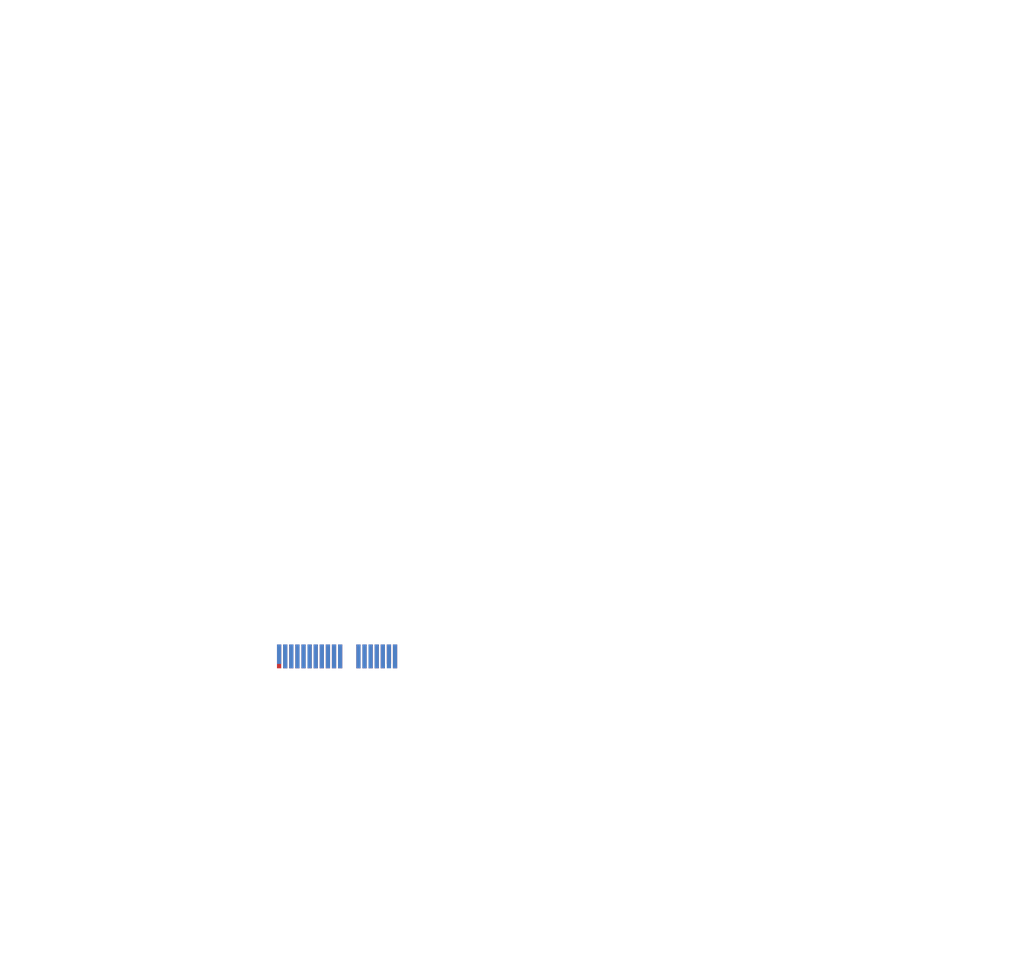
<source format=kicad_pcb>
(kicad_pcb (version 20211014) (generator pcbnew)
  (layers (0 "F.Cu" signal) (31 "B.Cu" signal) (34 "B.Paste" user) (35 "F.Paste" user) (36 "B.SilkS" user "B.Silkscreen") (37 "F.SilkS" user "F.Silkscreen") (38 "B.Mask" user) (39 "F.Mask" user) (44 "Edge.Cuts" user))
  (net 0 "")
  (net 1 "/~{PRSNT}")
  (net 2 "/+12V")
  (net 3 "GND")
  (net 4 "/JTAG_TCK")
  (net 5 "/JTAG_TDI")
  (net 6 "/JTAG_TDO")
  (net 7 "/JTAG_TMS")
  (net 8 "/+3V3")
  (net 9 "/~{PERST}")
  (net 10 "/RefClk_P")
  (net 11 "/RefClk_N")
  (net 12 "/PER0_P")
  (net 13 "/PER0_N")
  (net 14 "/SMCLK")
  (net 15 "/SMDAT")
  (net 17 "/+3V3_aux")
  (net 18 "/~{Wake}")
  (net 19 "/~{CLKREQ}")
  (net 20 "/PET0_P")
  (net 21 "/PET0_N")
  (footprint "Connector_PCIe:PCIe_x1_GoldFinger" (layer "B.Cu") (at 115.35 146.085 180)
    (fp_text reference "P1" hide)
    (fp_text value "PCIe_x1_Goldfinger")
    (pad "A1" smd rect locked (at 11.5 2.355 180) (size 0.7 3.2) (layers "B.Cu" "B.Mask") (net 1 "/~{PRSNT}"))
    (pad "A2" smd rect locked (at 10.5 2 180) (size 0.7 3.91) (layers "B.Cu" "B.Mask") (net 2 "/+12V"))
    (pad "A3" smd rect locked (at 9.5 2 180) (size 0.7 3.91) (layers "B.Cu" "B.Mask") (net 2 "/+12V"))
    (pad "A4" smd rect locked (at 8.5 2 180) (size 0.7 3.91) (layers "B.Cu" "B.Mask") (net 3 "GND"))
    (pad "A5" smd rect locked (at 7.5 2 180) (size 0.7 3.91) (layers "B.Cu" "B.Mask") (net 4 "/JTAG_TCK"))
    (pad "A6" smd rect locked (at 6.5 2 180) (size 0.7 3.91) (layers "B.Cu" "B.Mask") (net 5 "/JTAG_TDI"))
    (pad "A7" smd rect locked (at 5.5 2 180) (size 0.7 3.91) (layers "B.Cu" "B.Mask") (net 6 "/JTAG_TDO"))
    (pad "A8" smd rect locked (at 4.5 2 180) (size 0.7 3.91) (layers "B.Cu" "B.Mask") (net 7 "/JTAG_TMS"))
    (pad "A9" smd rect locked (at 3.5 2 180) (size 0.7 3.91) (layers "B.Cu" "B.Mask") (net 8 "/+3V3"))
    (pad "A10" smd rect locked (at 2.5 2 180) (size 0.7 3.91) (layers "B.Cu" "B.Mask") (net 8 "/+3V3"))
    (pad "A11" smd rect locked (at 1.5 2 180) (size 0.7 3.91) (layers "B.Cu" "B.Mask") (net 9 "/~{PERST}"))
    (pad "A12" smd rect locked (at -1.5 2 180) (size 0.7 3.91) (layers "B.Cu" "B.Mask") (net 3 "GND"))
    (pad "A13" smd rect locked (at -2.5 2 180) (size 0.7 3.91) (layers "B.Cu" "B.Mask") (net 10 "/RefClk_P"))
    (pad "A14" smd rect locked (at -3.5 2 180) (size 0.7 3.91) (layers "B.Cu" "B.Mask") (net 11 "/RefClk_N"))
    (pad "A15" smd rect locked (at -4.5 2 180) (size 0.7 3.91) (layers "B.Cu" "B.Mask") (net 3 "GND"))
    (pad "A16" smd rect locked (at -5.5 2 180) (size 0.7 3.91) (layers "B.Cu" "B.Mask") (net 12 "/PER0_P"))
    (pad "A17" smd rect locked (at -6.5 2 180) (size 0.7 3.91) (layers "B.Cu" "B.Mask") (net 13 "/PER0_N"))
    (pad "A18" smd rect locked (at -7.5 2 180) (size 0.7 3.91) (layers "B.Cu" "B.Mask") (net 3 "GND"))
    (pad "B1" smd rect locked (at 11.5 2 180) (size 0.7 3.91) (layers "F.Cu" "F.Mask") (net 2 "/+12V"))
    (pad "B2" smd rect locked (at 10.5 2 180) (size 0.7 3.91) (layers "F.Cu" "F.Mask") (net 2 "/+12V"))
    (pad "B3" smd rect locked (at 9.5 2 180) (size 0.7 3.91) (layers "F.Cu" "F.Mask") (net 2 "/+12V"))
    (pad "B4" smd rect locked (at 8.5 2 180) (size 0.7 3.91) (layers "F.Cu" "F.Mask") (net 3 "GND"))
    (pad "B5" smd rect locked (at 7.5 2 180) (size 0.7 3.91) (layers "F.Cu" "F.Mask") (net 14 "/SMCLK"))
    (pad "B6" smd rect locked (at 6.5 2 180) (size 0.7 3.91) (layers "F.Cu" "F.Mask") (net 15 "/SMDAT"))
    (pad "B7" smd rect locked (at 5.5 2 180) (size 0.7 3.91) (layers "F.Cu" "F.Mask") (net 3 "GND"))
    (pad "B8" smd rect locked (at 4.5 2 180) (size 0.7 3.91) (layers "F.Cu" "F.Mask") (net 8 "/+3V3"))
    (pad "B9" smd rect locked (at 3.5 2 180) (size 0.7 3.91) (layers "F.Cu" "F.Mask"))
    (pad "B10" smd rect locked (at 2.5 2 180) (size 0.7 3.91) (layers "F.Cu" "F.Mask") (net 17 "/+3V3_aux"))
    (pad "B11" smd rect locked (at 1.5 2 180) (size 0.7 3.91) (layers "F.Cu" "F.Mask") (net 18 "/~{Wake}"))
    (pad "B12" smd rect locked (at -1.5 2 180) (size 0.7 3.91) (layers "F.Cu" "F.Mask") (net 19 "/~{CLKREQ}"))
    (pad "B13" smd rect locked (at -2.5 2 180) (size 0.7 3.91) (layers "F.Cu" "F.Mask") (net 3 "GND"))
    (pad "B14" smd rect locked (at -3.5 2 180) (size 0.7 3.91) (layers "F.Cu" "F.Mask") (net 20 "/PET0_P"))
    (pad "B15" smd rect locked (at -4.5 2 180) (size 0.7 3.91) (layers "F.Cu" "F.Mask") (net 21 "/PET0_N"))
    (pad "B16" smd rect locked (at -5.5 2 180) (size 0.7 3.91) (layers "F.Cu" "F.Mask") (net 3 "GND"))
    (pad "B17" smd rect locked (at -6.5 2.355 180) (size 0.7 3.2) (layers "F.Cu" "F.Mask") (net 1 "/~{PRSNT}"))
    (pad "B18" smd rect locked (at -7.5 2 180) (size 0.7 3.91) (layers "F.Cu" "F.Mask") (net 3 "GND"))
  )
)
</source>
